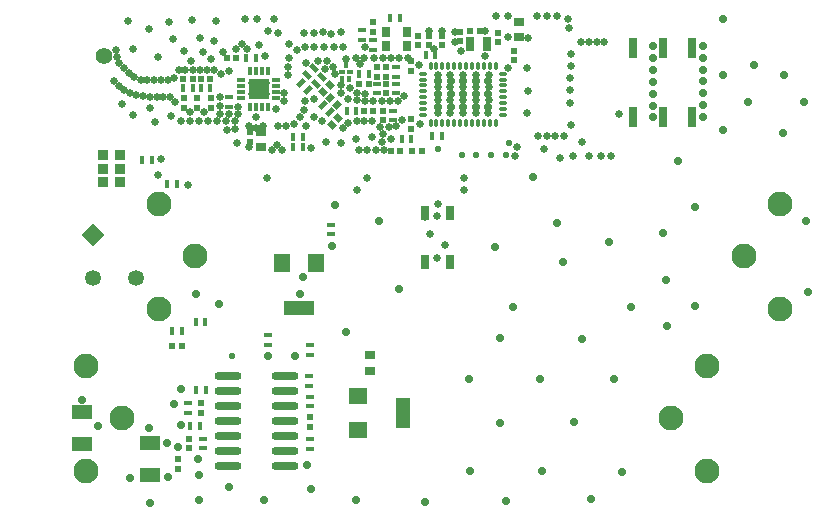
<source format=gts>
G04 Layer_Color=8388736*
%FSLAX25Y25*%
%MOIN*%
G70*
G01*
G75*
%ADD63R,0.01817X0.02998*%
%ADD64R,0.02998X0.01817*%
G04:AMPARAMS|DCode=65|XSize=18.17mil|YSize=29.98mil|CornerRadius=0mil|HoleSize=0mil|Usage=FLASHONLY|Rotation=315.000|XOffset=0mil|YOffset=0mil|HoleType=Round|Shape=Rectangle|*
%AMROTATEDRECTD65*
4,1,4,-0.01702,-0.00418,0.00418,0.01702,0.01702,0.00418,-0.00418,-0.01702,-0.01702,-0.00418,0.0*
%
%ADD65ROTATEDRECTD65*%

%ADD66R,0.03550X0.03550*%
%ADD67R,0.02369X0.01975*%
%ADD68R,0.01975X0.02369*%
G04:AMPARAMS|DCode=69|XSize=18.17mil|YSize=29.98mil|CornerRadius=0mil|HoleSize=0mil|Usage=FLASHONLY|Rotation=225.000|XOffset=0mil|YOffset=0mil|HoleType=Round|Shape=Rectangle|*
%AMROTATEDRECTD69*
4,1,4,-0.00418,0.01702,0.01702,-0.00418,0.00418,-0.01702,-0.01702,0.00418,-0.00418,0.01702,0.0*
%
%ADD69ROTATEDRECTD69*%

G04:AMPARAMS|DCode=70|XSize=19.75mil|YSize=23.69mil|CornerRadius=0mil|HoleSize=0mil|Usage=FLASHONLY|Rotation=45.000|XOffset=0mil|YOffset=0mil|HoleType=Round|Shape=Rectangle|*
%AMROTATEDRECTD70*
4,1,4,0.00139,-0.01536,-0.01536,0.00139,-0.00139,0.01536,0.01536,-0.00139,0.00139,-0.01536,0.0*
%
%ADD70ROTATEDRECTD70*%

%ADD71R,0.03550X0.02959*%
%ADD72R,0.02762X0.01384*%
%ADD73R,0.01384X0.02762*%
%ADD74R,0.07093X0.07093*%
%ADD75R,0.01680X0.02073*%
%ADD76R,0.02073X0.01384*%
G04:AMPARAMS|DCode=77|XSize=19.75mil|YSize=23.69mil|CornerRadius=0mil|HoleSize=0mil|Usage=FLASHONLY|Rotation=315.000|XOffset=0mil|YOffset=0mil|HoleType=Round|Shape=Rectangle|*
%AMROTATEDRECTD77*
4,1,4,-0.01536,-0.00139,0.00139,0.01536,0.01536,0.00139,-0.00139,-0.01536,-0.01536,-0.00139,0.0*
%
%ADD77ROTATEDRECTD77*%

G04:AMPARAMS|DCode=78|XSize=23.69mil|YSize=15.81mil|CornerRadius=3.77mil|HoleSize=0mil|Usage=FLASHONLY|Rotation=0.000|XOffset=0mil|YOffset=0mil|HoleType=Round|Shape=RoundedRectangle|*
%AMROUNDEDRECTD78*
21,1,0.02369,0.00827,0,0,0.0*
21,1,0.01615,0.01581,0,0,0.0*
1,1,0.00754,0.00807,-0.00413*
1,1,0.00754,-0.00807,-0.00413*
1,1,0.00754,-0.00807,0.00413*
1,1,0.00754,0.00807,0.00413*
%
%ADD78ROUNDEDRECTD78*%
G04:AMPARAMS|DCode=79|XSize=23.69mil|YSize=15.81mil|CornerRadius=3.77mil|HoleSize=0mil|Usage=FLASHONLY|Rotation=90.000|XOffset=0mil|YOffset=0mil|HoleType=Round|Shape=RoundedRectangle|*
%AMROUNDEDRECTD79*
21,1,0.02369,0.00827,0,0,90.0*
21,1,0.01615,0.01581,0,0,90.0*
1,1,0.00754,0.00413,0.00807*
1,1,0.00754,0.00413,-0.00807*
1,1,0.00754,-0.00413,-0.00807*
1,1,0.00754,-0.00413,0.00807*
%
%ADD79ROUNDEDRECTD79*%
G04:AMPARAMS|DCode=80|XSize=23.69mil|YSize=23.69mil|CornerRadius=4.95mil|HoleSize=0mil|Usage=FLASHONLY|Rotation=0.000|XOffset=0mil|YOffset=0mil|HoleType=Round|Shape=RoundedRectangle|*
%AMROUNDEDRECTD80*
21,1,0.02369,0.01378,0,0,0.0*
21,1,0.01378,0.02369,0,0,0.0*
1,1,0.00991,0.00689,-0.00689*
1,1,0.00991,-0.00689,-0.00689*
1,1,0.00991,-0.00689,0.00689*
1,1,0.00991,0.00689,0.00689*
%
%ADD80ROUNDEDRECTD80*%
%ADD81R,0.02762X0.03550*%
%ADD82R,0.02959X0.04534*%
%ADD83R,0.02762X0.04731*%
%ADD84R,0.07093X0.04731*%
%ADD85O,0.09061X0.02762*%
%ADD86R,0.02762X0.06699*%
%ADD87R,0.05518X0.06306*%
%ADD88R,0.09849X0.04731*%
%ADD89R,0.06306X0.05518*%
%ADD90R,0.04731X0.09849*%
%ADD91C,0.02172*%
%ADD92C,0.05321*%
%ADD93P,0.07525X4X360.0*%
%ADD94C,0.00400*%
%ADD95C,0.05518*%
%ADD96C,0.08274*%
%ADD97C,0.02762*%
%ADD98C,0.02762*%
%ADD99C,0.02565*%
%ADD100C,0.02565*%
D63*
X188468Y194961D02*
D03*
X191696D02*
D03*
X217012Y186693D02*
D03*
X220240D02*
D03*
X155004Y212481D02*
D03*
X158232D02*
D03*
X143074Y202441D02*
D03*
X139846D02*
D03*
X137169D02*
D03*
X133941D02*
D03*
X192602Y207166D02*
D03*
X195830D02*
D03*
X131938Y170454D02*
D03*
X128710D02*
D03*
X173783Y182756D02*
D03*
X170555D02*
D03*
X173783Y186299D02*
D03*
X170555D02*
D03*
X206775Y185512D02*
D03*
X210003D02*
D03*
X206263Y226063D02*
D03*
X203035D02*
D03*
X218074Y213465D02*
D03*
X214846D02*
D03*
X123610Y178736D02*
D03*
X120382D02*
D03*
X139642Y89961D02*
D03*
X136414D02*
D03*
X138382Y102047D02*
D03*
X141610D02*
D03*
X138154Y124535D02*
D03*
X141382D02*
D03*
X133579Y121693D02*
D03*
X130351D02*
D03*
D64*
X204059Y195000D02*
D03*
Y191772D02*
D03*
X149334Y196300D02*
D03*
Y199528D02*
D03*
X197366Y218622D02*
D03*
Y215394D02*
D03*
X193626Y221969D02*
D03*
Y218741D02*
D03*
X204846Y200827D02*
D03*
Y204055D02*
D03*
Y209567D02*
D03*
Y206339D02*
D03*
X135705Y97480D02*
D03*
Y94252D02*
D03*
X140705Y82520D02*
D03*
Y85748D02*
D03*
X176138Y116850D02*
D03*
Y113622D02*
D03*
X176098Y106535D02*
D03*
Y103307D02*
D03*
X176165Y99653D02*
D03*
Y96425D02*
D03*
Y82409D02*
D03*
Y85637D02*
D03*
X162319Y117047D02*
D03*
Y120275D02*
D03*
X183224Y157047D02*
D03*
Y153819D02*
D03*
X198547Y200827D02*
D03*
Y204055D02*
D03*
D65*
X182956Y194607D02*
D03*
X180674Y196889D02*
D03*
X173390Y204173D02*
D03*
X175672Y201891D02*
D03*
D66*
X107190Y171336D02*
D03*
X113096D02*
D03*
Y180136D02*
D03*
X107190D02*
D03*
X113096Y175736D02*
D03*
X107190D02*
D03*
D67*
X220200Y219961D02*
D03*
Y216811D02*
D03*
X156224Y187874D02*
D03*
Y184724D02*
D03*
X138507Y199095D02*
D03*
Y195945D02*
D03*
X143232Y199095D02*
D03*
Y195945D02*
D03*
X134177Y199095D02*
D03*
Y195945D02*
D03*
X200515Y194961D02*
D03*
Y191811D02*
D03*
X244216Y215040D02*
D03*
Y211890D02*
D03*
X239098Y220945D02*
D03*
Y217795D02*
D03*
X216067Y219961D02*
D03*
Y216811D02*
D03*
X212326Y219961D02*
D03*
Y216811D02*
D03*
X197366Y224489D02*
D03*
Y221339D02*
D03*
X226106D02*
D03*
Y218189D02*
D03*
X209964Y192205D02*
D03*
Y189055D02*
D03*
Y211496D02*
D03*
Y208346D02*
D03*
X201696Y200866D02*
D03*
Y204016D02*
D03*
Y206378D02*
D03*
Y209528D02*
D03*
X198547Y206378D02*
D03*
Y209528D02*
D03*
X140082Y94397D02*
D03*
Y97547D02*
D03*
X135902Y85591D02*
D03*
Y82441D02*
D03*
X132319Y75709D02*
D03*
Y78859D02*
D03*
X176138Y89685D02*
D03*
Y92835D02*
D03*
D68*
X139885Y205591D02*
D03*
X143035D02*
D03*
X133980D02*
D03*
X137130D02*
D03*
X151697Y212481D02*
D03*
X148547D02*
D03*
X194216Y194961D02*
D03*
X197366D02*
D03*
X232799Y221732D02*
D03*
X229649D02*
D03*
X206421Y181575D02*
D03*
X203271D02*
D03*
X213508D02*
D03*
X210358D02*
D03*
X192641Y204016D02*
D03*
X195791D02*
D03*
X133500Y116654D02*
D03*
X130350D02*
D03*
D69*
X180396Y206141D02*
D03*
X178114Y203859D02*
D03*
X177444Y209094D02*
D03*
X175162Y206812D02*
D03*
D70*
X180701Y201327D02*
D03*
X182929Y203555D02*
D03*
X185684Y192532D02*
D03*
X183456Y190304D02*
D03*
D71*
X159964Y187874D02*
D03*
Y182756D02*
D03*
X245791Y219567D02*
D03*
Y224685D02*
D03*
X196138Y108386D02*
D03*
Y113504D02*
D03*
D72*
X165082Y199291D02*
D03*
Y201260D02*
D03*
Y203229D02*
D03*
Y205197D02*
D03*
X153271Y199291D02*
D03*
Y201260D02*
D03*
Y203229D02*
D03*
Y205197D02*
D03*
D73*
X162129Y196339D02*
D03*
X160161D02*
D03*
X158192D02*
D03*
X156224D02*
D03*
Y208150D02*
D03*
X158192D02*
D03*
X160161D02*
D03*
X162129D02*
D03*
D74*
X159176Y202244D02*
D03*
D75*
X189246Y205640D02*
D03*
X186982D02*
D03*
X188114Y210266D02*
D03*
D76*
X189443Y207953D02*
D03*
X186785D02*
D03*
D77*
X183063Y199224D02*
D03*
X185291Y196996D02*
D03*
D78*
X213901Y207363D02*
D03*
Y205394D02*
D03*
Y203426D02*
D03*
Y201457D02*
D03*
Y199489D02*
D03*
Y197520D02*
D03*
Y195552D02*
D03*
Y193583D02*
D03*
X240673D02*
D03*
Y195552D02*
D03*
Y197520D02*
D03*
Y199489D02*
D03*
Y201457D02*
D03*
Y203426D02*
D03*
Y205394D02*
D03*
Y207363D02*
D03*
D79*
X216460Y191024D02*
D03*
X218429D02*
D03*
X220397D02*
D03*
X222366D02*
D03*
X224334D02*
D03*
X226303D02*
D03*
X228271D02*
D03*
X230240D02*
D03*
X232208D02*
D03*
X234177D02*
D03*
X236145D02*
D03*
X238114D02*
D03*
Y209922D02*
D03*
X236145D02*
D03*
X234177D02*
D03*
X232208D02*
D03*
X230240D02*
D03*
X228271D02*
D03*
X226303D02*
D03*
X224334D02*
D03*
X222366D02*
D03*
X220397D02*
D03*
X218429D02*
D03*
X216460D02*
D03*
D80*
X218941Y204804D02*
D03*
X223114Y200473D02*
D03*
X227287Y204804D02*
D03*
X223114D02*
D03*
X218941Y200473D02*
D03*
X227287D02*
D03*
X218941Y196142D02*
D03*
X223114D02*
D03*
X227287D02*
D03*
X231460D02*
D03*
Y200473D02*
D03*
Y204804D02*
D03*
X235633Y196142D02*
D03*
Y200473D02*
D03*
Y204804D02*
D03*
D81*
X201500Y216615D02*
D03*
X208586D02*
D03*
Y221339D02*
D03*
X201500D02*
D03*
D82*
X222986Y160919D02*
D03*
Y144581D02*
D03*
X214522Y160919D02*
D03*
Y144581D02*
D03*
D83*
X229649Y217402D02*
D03*
X235161D02*
D03*
D84*
X122970Y84331D02*
D03*
Y73701D02*
D03*
X100172Y84016D02*
D03*
Y94646D02*
D03*
D85*
X167791Y76575D02*
D03*
Y81575D02*
D03*
Y86575D02*
D03*
Y91575D02*
D03*
Y96575D02*
D03*
Y101575D02*
D03*
Y106575D02*
D03*
X148894Y76575D02*
D03*
Y81575D02*
D03*
Y86575D02*
D03*
Y91575D02*
D03*
Y96575D02*
D03*
Y101575D02*
D03*
Y106575D02*
D03*
D86*
X284051Y193071D02*
D03*
X303736D02*
D03*
X293894D02*
D03*
Y215905D02*
D03*
X303736D02*
D03*
X284051D02*
D03*
D87*
X178421Y144370D02*
D03*
X167004D02*
D03*
D88*
X172713Y129409D02*
D03*
D89*
X192280Y100039D02*
D03*
Y88622D02*
D03*
D90*
X207240Y94331D02*
D03*
D91*
X219019Y182362D02*
D03*
X242641Y184331D02*
D03*
X241460Y180394D02*
D03*
X236736D02*
D03*
X231618D02*
D03*
X226893D02*
D03*
X150350Y113268D02*
D03*
D92*
X118130Y139386D02*
D03*
X103988D02*
D03*
D93*
Y153528D02*
D03*
D94*
X142378Y115138D02*
D03*
X79740Y177775D02*
D03*
Y115138D02*
D03*
X142378Y177775D02*
D03*
D95*
X107437Y213386D02*
D03*
D96*
X126020Y128957D02*
D03*
Y163957D02*
D03*
X333028Y128957D02*
D03*
Y163957D02*
D03*
X321020Y146457D02*
D03*
X138028D02*
D03*
X308539Y110020D02*
D03*
Y75020D02*
D03*
X101532Y110020D02*
D03*
Y75020D02*
D03*
X113539Y92520D02*
D03*
X296532D02*
D03*
D97*
X105744Y90039D02*
D03*
X100429Y98701D02*
D03*
X295232Y123110D02*
D03*
X116177Y72480D02*
D03*
X122988Y64095D02*
D03*
X149406Y69606D02*
D03*
X176728Y69055D02*
D03*
X173972Y139449D02*
D03*
X172831Y133780D02*
D03*
X183579Y150079D02*
D03*
X138264Y133819D02*
D03*
X130902Y97323D02*
D03*
X133185Y90118D02*
D03*
X162279Y113110D02*
D03*
X294917Y138583D02*
D03*
X267004Y118976D02*
D03*
X243894Y129606D02*
D03*
X269917Y65512D02*
D03*
X264248Y91102D02*
D03*
X277673Y105748D02*
D03*
X252988D02*
D03*
X229248Y105630D02*
D03*
X253500Y74882D02*
D03*
X229720Y74803D02*
D03*
X333894Y187441D02*
D03*
X334209Y206850D02*
D03*
X341098Y198071D02*
D03*
X322358Y197756D02*
D03*
X313815Y206968D02*
D03*
X324248Y210118D02*
D03*
X313815Y188465D02*
D03*
Y225472D02*
D03*
X175127Y76917D02*
D03*
X133146Y102317D02*
D03*
X139091Y79011D02*
D03*
X122752Y89291D02*
D03*
X298854Y178307D02*
D03*
X132358Y82992D02*
D03*
X128539Y84252D02*
D03*
X129051Y72913D02*
D03*
X145823Y130748D02*
D03*
X184500Y163500D02*
D03*
X260641Y144734D02*
D03*
X258447Y157702D02*
D03*
X238099Y149522D02*
D03*
X275803Y151318D02*
D03*
X206080Y135558D02*
D03*
X199397Y158400D02*
D03*
X250567Y173063D02*
D03*
D98*
X283185Y129606D02*
D03*
X188303Y121221D02*
D03*
X239642Y119095D02*
D03*
X241453Y64882D02*
D03*
X280114Y74528D02*
D03*
X139130Y65236D02*
D03*
X161098Y65197D02*
D03*
X191453Y65315D02*
D03*
X139209Y73740D02*
D03*
X214602Y64646D02*
D03*
X239524Y90827D02*
D03*
X304720Y129764D02*
D03*
X294091Y154409D02*
D03*
X304563Y162835D02*
D03*
X342201Y134488D02*
D03*
X341768Y158346D02*
D03*
X171343Y113164D02*
D03*
X290519Y192761D02*
D03*
Y196737D02*
D03*
Y200714D02*
D03*
Y204690D02*
D03*
Y208667D02*
D03*
Y212643D02*
D03*
Y216619D02*
D03*
X307135Y216693D02*
D03*
Y212716D02*
D03*
Y208740D02*
D03*
Y204764D02*
D03*
Y200787D02*
D03*
Y196811D02*
D03*
Y192834D02*
D03*
D99*
X263101Y201880D02*
D03*
X245397Y182756D02*
D03*
X276500Y180000D02*
D03*
X255396Y226591D02*
D03*
X258481Y226454D02*
D03*
X262167Y225526D02*
D03*
X252090Y226457D02*
D03*
X262759Y222526D02*
D03*
X212720Y210315D02*
D03*
X242248Y209331D02*
D03*
X263115Y209810D02*
D03*
X219019Y206772D02*
D03*
X222956D02*
D03*
X219019Y202835D02*
D03*
Y198504D02*
D03*
Y194173D02*
D03*
X222956Y198504D02*
D03*
Y194173D02*
D03*
Y202835D02*
D03*
X227287Y206772D02*
D03*
Y202835D02*
D03*
Y198504D02*
D03*
Y194173D02*
D03*
X231618Y206772D02*
D03*
X235948D02*
D03*
X231618Y202835D02*
D03*
X235948D02*
D03*
X231618Y198504D02*
D03*
X235948D02*
D03*
X231618Y194173D02*
D03*
X235555D02*
D03*
X133389Y191614D02*
D03*
X136342D02*
D03*
X139295D02*
D03*
X142248D02*
D03*
X145200D02*
D03*
X148153D02*
D03*
X151106D02*
D03*
Y189055D02*
D03*
X163507Y181969D02*
D03*
X155830Y182953D02*
D03*
X189098Y190827D02*
D03*
X174728Y198307D02*
D03*
X177484Y198898D02*
D03*
X174334Y195158D02*
D03*
X172956Y192795D02*
D03*
X170988Y190630D02*
D03*
X186539Y184331D02*
D03*
X196972Y191418D02*
D03*
X206815Y192008D02*
D03*
X212917Y190630D02*
D03*
X194610Y200670D02*
D03*
X191854Y198504D02*
D03*
X191460Y185709D02*
D03*
X186539Y203622D02*
D03*
X161539Y204213D02*
D03*
Y200670D02*
D03*
X159177D02*
D03*
X156815D02*
D03*
X149334Y193780D02*
D03*
X146185Y199488D02*
D03*
Y196536D02*
D03*
X149137Y208150D02*
D03*
X147366Y214449D02*
D03*
X146185Y193977D02*
D03*
X141066Y194567D02*
D03*
X142051Y208740D02*
D03*
X146578Y207362D02*
D03*
X143429Y212284D02*
D03*
X144413Y208544D02*
D03*
X139689Y208740D02*
D03*
X134767D02*
D03*
X144413Y218189D02*
D03*
X221254Y150250D02*
D03*
X132602Y208740D02*
D03*
X137129D02*
D03*
X140476Y214646D02*
D03*
X136539Y211693D02*
D03*
X130633Y218977D02*
D03*
X117248Y215433D02*
D03*
X162129Y221732D02*
D03*
X177681Y216221D02*
D03*
X208783Y212677D02*
D03*
X164295Y225473D02*
D03*
X154452D02*
D03*
X168232Y190040D02*
D03*
X194413Y191614D02*
D03*
X224531Y221339D02*
D03*
X129999Y193334D02*
D03*
X113683Y197130D02*
D03*
X117146Y193734D02*
D03*
X122940Y196065D02*
D03*
X124538Y191335D02*
D03*
X218754Y145750D02*
D03*
X216254Y153750D02*
D03*
X148500Y188500D02*
D03*
X165082Y195551D02*
D03*
X167051Y181772D02*
D03*
X165279Y183544D02*
D03*
X218754Y159750D02*
D03*
X177484Y192795D02*
D03*
X165673Y190040D02*
D03*
X159177Y204213D02*
D03*
X199728Y189449D02*
D03*
X202484D02*
D03*
X204846Y189843D02*
D03*
X197366Y198110D02*
D03*
X200122D02*
D03*
X202878D02*
D03*
X205633D02*
D03*
X207602Y200079D02*
D03*
X194610Y198110D02*
D03*
X191854Y191418D02*
D03*
X191657Y212677D02*
D03*
X189098Y198898D02*
D03*
X192051Y200866D02*
D03*
X193035Y210709D02*
D03*
X194413Y212677D02*
D03*
X197759D02*
D03*
X200515D02*
D03*
X203271D02*
D03*
X206027D02*
D03*
X174925Y210906D02*
D03*
X186539Y201063D02*
D03*
X174137Y220945D02*
D03*
X152287Y196339D02*
D03*
Y193780D02*
D03*
X273350Y179803D02*
D03*
X269216D02*
D03*
X263901D02*
D03*
X259746Y179288D02*
D03*
X244610Y180000D02*
D03*
X200122Y184725D02*
D03*
X200515Y187087D02*
D03*
X192641Y181969D02*
D03*
X136342Y194567D02*
D03*
X115476Y224882D02*
D03*
X134177Y215040D02*
D03*
X196775Y186103D02*
D03*
X242248Y219567D02*
D03*
X234767Y221536D02*
D03*
X220200Y221732D02*
D03*
X186539Y221339D02*
D03*
X180633Y221142D02*
D03*
X183389Y220748D02*
D03*
X171972Y215236D02*
D03*
X158586Y225670D02*
D03*
X258103Y186436D02*
D03*
X261049D02*
D03*
X161342Y213268D02*
D03*
X136933Y225276D02*
D03*
X180240Y191614D02*
D03*
X181618Y184725D02*
D03*
X195397Y181969D02*
D03*
X198153D02*
D03*
X200909D02*
D03*
X122563Y222323D02*
D03*
X139689Y219370D02*
D03*
X144807Y224882D02*
D03*
X129255Y224685D02*
D03*
X125712Y213071D02*
D03*
X187129Y216221D02*
D03*
X184177D02*
D03*
X181027D02*
D03*
X156815Y204213D02*
D03*
X189492Y202638D02*
D03*
X183783Y209528D02*
D03*
X169216Y212481D02*
D03*
X187129Y189252D02*
D03*
X174728Y216221D02*
D03*
X177484Y220945D02*
D03*
X159374Y216811D02*
D03*
X169019Y209725D02*
D03*
X179059Y211496D02*
D03*
X182011D02*
D03*
X181224Y208937D02*
D03*
X184570Y207166D02*
D03*
X169019Y206969D02*
D03*
X174925Y189843D02*
D03*
X216067Y221732D02*
D03*
X248585Y194321D02*
D03*
X248792Y201643D02*
D03*
X263205Y190245D02*
D03*
X217444Y215630D02*
D03*
X194610Y216221D02*
D03*
X238311Y226457D02*
D03*
X203271Y185512D02*
D03*
X242248Y226457D02*
D03*
X224531Y217795D02*
D03*
X156027Y190040D02*
D03*
X176696Y182559D02*
D03*
X234570Y213268D02*
D03*
X167641Y200866D02*
D03*
X169216Y217402D02*
D03*
X165673Y220945D02*
D03*
X226500Y214843D02*
D03*
X167641Y198110D02*
D03*
X158192Y192992D02*
D03*
X188114Y212284D02*
D03*
X158389Y189252D02*
D03*
X160752Y190040D02*
D03*
X153468Y217205D02*
D03*
X155240Y215630D02*
D03*
X151696D02*
D03*
X218791Y163809D02*
D03*
X214655Y159698D02*
D03*
X152090Y184134D02*
D03*
X135763Y170318D02*
D03*
X126574Y178816D02*
D03*
X248668Y209256D02*
D03*
X263107Y213969D02*
D03*
X274391Y217818D02*
D03*
X248941Y219370D02*
D03*
X254317Y182308D02*
D03*
X262947Y205967D02*
D03*
X272029Y217818D02*
D03*
X269273D02*
D03*
X266517D02*
D03*
X263050Y197520D02*
D03*
X279156Y193831D02*
D03*
X267086Y184725D02*
D03*
X252212Y186436D02*
D03*
X255158D02*
D03*
D100*
X111765Y215174D02*
D03*
X112100Y212933D02*
D03*
X112728Y210757D02*
D03*
X114330Y209155D02*
D03*
X115931Y207553D02*
D03*
X117703Y206141D02*
D03*
X119811Y205312D02*
D03*
X122073Y205180D02*
D03*
X124338D02*
D03*
X126603D02*
D03*
X128869D02*
D03*
X131039Y205830D02*
D03*
X131132Y197991D02*
D03*
X129647Y199702D02*
D03*
X127382D02*
D03*
X125116D02*
D03*
X122851D02*
D03*
X120587Y199766D02*
D03*
X118346Y200100D02*
D03*
X116198Y200821D02*
D03*
X114210Y201906D02*
D03*
X112443Y203324D02*
D03*
X110826Y204910D02*
D03*
X227493Y168557D02*
D03*
X192045D02*
D03*
X227481Y172632D02*
D03*
X195330D02*
D03*
X161845D02*
D03*
X125752Y173742D02*
D03*
M02*

</source>
